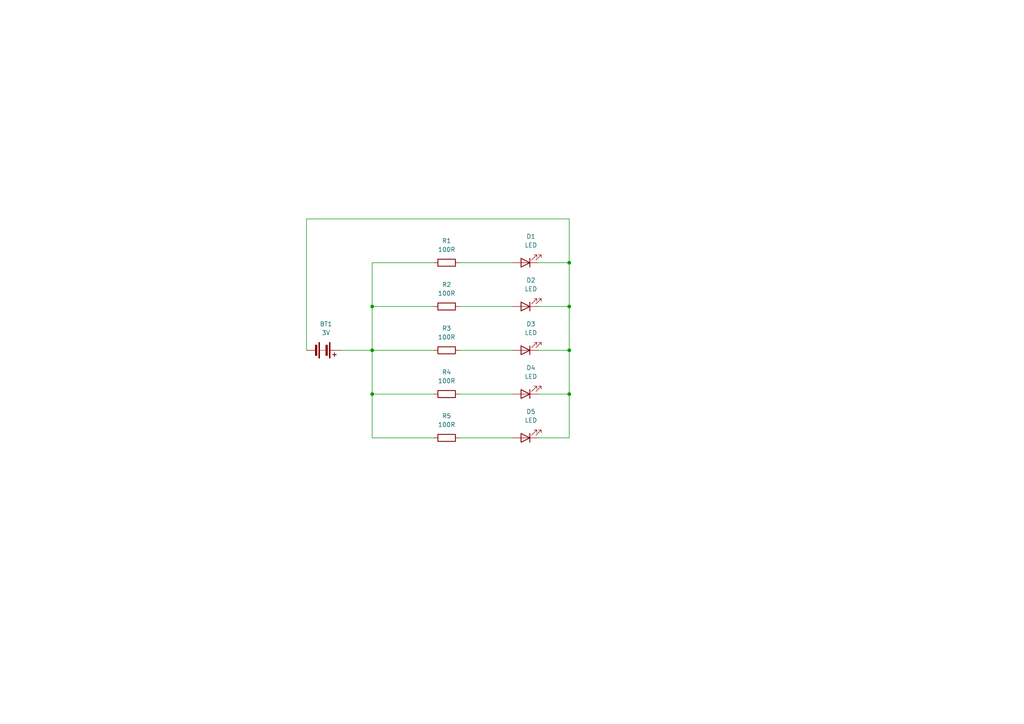
<source format=kicad_sch>
(kicad_sch (version 20230121) (generator eeschema)
  (paper "A4")
  (title_block (title "Parallel LED") (date "2023-08-03") (rev "1"))
  (lib_symbols
    (symbol "Device:Battery" (pin_numbers hide) (pin_names (offset 0) hide)
      (property "Reference" "BT" (at 2.54 2.54 0))
      (property "Value" "Battery" (at 2.54 0 0))
      (symbol "Battery_0_1"
        (rectangle (start -2.286 -1.27) (end 2.286 -1.524) (fill (type outline)))
        (rectangle (start -2.286 1.778) (end 2.286 1.524) (fill (type outline)))
        (rectangle (start -1.524 -2.032) (end 1.524 -2.54) (fill (type outline)))
        (rectangle (start -1.524 1.016) (end 1.524 0.508) (fill (type outline)))
        (polyline (pts (xy 0 -1.016) (xy 0 -0.762)))
        (polyline (pts (xy 0 -0.508) (xy 0 -0.254)))
        (polyline (pts (xy 0 0) (xy 0 0.254)))
        (polyline (pts (xy 0 1.778) (xy 0 2.54)))
        (polyline (pts (xy 0.762 3.048) (xy 1.778 3.048)) (stroke (width 0.254)))
        (polyline (pts (xy 1.27 3.556) (xy 1.27 2.54)) (stroke (width 0.254)))
      )
      (symbol "Battery_1_1"
        (pin passive line (at 0 5.08 270) (length 2.54) (name "+") (number "1"))
        (pin passive line (at 0 -5.08 90) (length 2.54) (name "-") (number "2"))
      )
    )
    (symbol "Device:LED" (pin_numbers hide) (pin_names (offset 1.016) hide)
      (property "Reference" "D" (at 0 2.54 0))
      (property "Value" "LED" (at 0 -2.54 0))
      (symbol "LED_0_1"
        (polyline (pts (xy -1.27 -1.27) (xy -1.27 1.27)) (stroke (width 0.254)))
        (polyline (pts (xy -1.27 0) (xy 1.27 0)))
        (polyline (pts (xy 1.27 -1.27) (xy 1.27 1.27) (xy -1.27 0) (xy 1.27 -1.27)) (stroke (width 0.254)))
        (polyline (pts (xy -3.048 -0.762) (xy -4.572 -2.286) (xy -3.81 -2.286) (xy -4.572 -2.286) (xy -4.572 -1.524)))
        (polyline (pts (xy -1.778 -0.762) (xy -3.302 -2.286) (xy -2.54 -2.286) (xy -3.302 -2.286) (xy -3.302 -1.524)))
      )
      (symbol "LED_1_1"
        (pin passive line (at -3.81 0 0) (length 2.54) (name "K") (number "1"))
        (pin passive line (at 3.81 0 180) (length 2.54) (name "A") (number "2"))
      )
    )
    (symbol "Device:R" (pin_numbers hide) (pin_names (offset 0))
      (property "Reference" "R" (at 2.032 0 90))
      (property "Value" "R" (at 0 0 90))
      (symbol "R_0_1"
        (rectangle (start -1.016 -2.54) (end 1.016 2.54) (stroke (width 0.254)))
      )
      (symbol "R_1_1"
        (pin passive line (at 0 3.81 270) (length 1.27) (name "~") (number "1"))
        (pin passive line (at 0 -3.81 90) (length 1.27) (name "~") (number "2"))
      )
    )
  )
  (junction (at 107.95 88.9))
  (junction (at 107.95 114.3))
  (junction (at 165.1 76.2))
  (junction (at 165.1 88.9))
  (junction (at 165.1 114.3))
  (junction (at 165.1 101.6))
  (junction (at 107.95 101.6))
  (wire (pts (xy 133.35 101.6) (xy 148.59 101.6)))
  (wire (pts (xy 156.21 101.6) (xy 165.1 101.6)))
  (wire (pts (xy 165.1 63.5) (xy 165.1 76.2)))
  (wire (pts (xy 156.21 127) (xy 165.1 127)))
  (wire (pts (xy 133.35 76.2) (xy 148.59 76.2)))
  (wire (pts (xy 107.95 114.3) (xy 125.73 114.3)))
  (wire (pts (xy 133.35 88.9) (xy 148.59 88.9)))
  (wire (pts (xy 165.1 76.2) (xy 165.1 88.9)))
  (wire (pts (xy 156.21 76.2) (xy 165.1 76.2)))
  (wire (pts (xy 107.95 88.9) (xy 107.95 101.6)))
  (wire (pts (xy 165.1 63.5) (xy 88.9 63.5)))
  (wire (pts (xy 107.95 76.2) (xy 125.73 76.2)))
  (wire (pts (xy 107.95 101.6) (xy 125.73 101.6)))
  (wire (pts (xy 107.95 88.9) (xy 107.95 76.2)))
  (wire (pts (xy 99.06 101.6) (xy 107.95 101.6)))
  (wire (pts (xy 133.35 114.3) (xy 148.59 114.3)))
  (wire (pts (xy 107.95 114.3) (xy 107.95 127)))
  (wire (pts (xy 88.9 63.5) (xy 88.9 101.6)))
  (wire (pts (xy 156.21 114.3) (xy 165.1 114.3)))
  (wire (pts (xy 165.1 114.3) (xy 165.1 101.6)))
  (wire (pts (xy 107.95 88.9) (xy 125.73 88.9)))
  (wire (pts (xy 156.21 88.9) (xy 165.1 88.9)))
  (wire (pts (xy 165.1 127) (xy 165.1 114.3)))
  (wire (pts (xy 165.1 101.6) (xy 165.1 88.9)))
  (wire (pts (xy 133.35 127) (xy 148.59 127)))
  (wire (pts (xy 107.95 101.6) (xy 107.95 114.3)))
  (wire (pts (xy 107.95 127) (xy 125.73 127)))
  (symbol (lib_id "Device:R") (at 129.54 88.9 90) (unit 1)
    (property "Reference" "R2" (at 129.54 82.55 90))
    (property "Value" "100R" (at 129.54 85.09 90))
    (property "Footprint" "Resistor_THT:R_Axial_DIN0207_L6.3mm_D2.5mm_P7.62mm_Horizontal" (effects hide))
  )
  (symbol (lib_id "Device:LED") (at 152.4 127 180) (unit 1)
    (property "Reference" "D5" (at 153.9875 119.38 0))
    (property "Value" "LED" (at 153.9875 121.92 0))
    (property "Footprint" "LED_THT:LED_D5.0mm" (effects hide))
  )
  (symbol (lib_id "Device:R") (at 129.54 101.6 90) (unit 1)
    (property "Reference" "R3" (at 129.54 95.25 90))
    (property "Value" "100R" (at 129.54 97.79 90))
    (property "Footprint" "Resistor_THT:R_Axial_DIN0207_L6.3mm_D2.5mm_P7.62mm_Horizontal" (effects hide))
  )
  (symbol (lib_id "Device:LED") (at 152.4 101.6 180) (unit 1)
    (property "Reference" "D3" (at 153.9875 93.98 0))
    (property "Value" "LED" (at 153.9875 96.52 0))
    (property "Footprint" "LED_THT:LED_D5.0mm" (effects hide))
  )
  (symbol (lib_id "Device:LED") (at 152.4 88.9 180) (unit 1)
    (property "Reference" "D2" (at 153.9875 81.28 0))
    (property "Value" "LED" (at 153.9875 83.82 0))
    (property "Footprint" "LED_THT:LED_D5.0mm" (effects hide))
  )
  (symbol (lib_id "Device:LED") (at 152.4 76.2 180) (unit 1)
    (property "Reference" "D1" (at 153.9875 68.58 0))
    (property "Value" "LED" (at 153.9875 71.12 0))
    (property "Footprint" "LED_THT:LED_D5.0mm" (effects hide))
  )
  (symbol (lib_id "Device:LED") (at 152.4 114.3 180) (unit 1)
    (property "Reference" "D4" (at 153.9875 106.68 0))
    (property "Value" "LED" (at 153.9875 109.22 0))
    (property "Footprint" "LED_THT:LED_D5.0mm" (effects hide))
  )
  (symbol (lib_id "Device:R") (at 129.54 114.3 90) (unit 1)
    (property "Reference" "R4" (at 129.54 107.95 90))
    (property "Value" "100R" (at 129.54 110.49 90))
    (property "Footprint" "Resistor_THT:R_Axial_DIN0207_L6.3mm_D2.5mm_P7.62mm_Horizontal" (effects hide))
  )
  (symbol (lib_id "Device:Battery") (at 93.98 101.6 270) (unit 1)
    (property "Reference" "BT1" (at 94.5515 93.98 90))
    (property "Value" "3V" (at 94.5515 96.52 90))
    (property "Footprint" "Battery:BatteryHolder_Keystone_2462_2xAA" (effects hide))
  )
  (symbol (lib_id "Device:R") (at 129.54 127 90) (unit 1)
    (property "Reference" "R5" (at 129.54 120.65 90))
    (property "Value" "100R" (at 129.54 123.19 90))
    (property "Footprint" "Resistor_THT:R_Axial_DIN0207_L6.3mm_D2.5mm_P7.62mm_Horizontal" (effects hide))
  )
  (symbol (lib_id "Device:R") (at 129.54 76.2 90) (unit 1)
    (property "Reference" "R1" (at 129.54 69.85 90))
    (property "Value" "100R" (at 129.54 72.39 90))
    (property "Footprint" "Resistor_THT:R_Axial_DIN0207_L6.3mm_D2.5mm_P7.62mm_Horizontal" (effects hide))
  )
)
</source>
